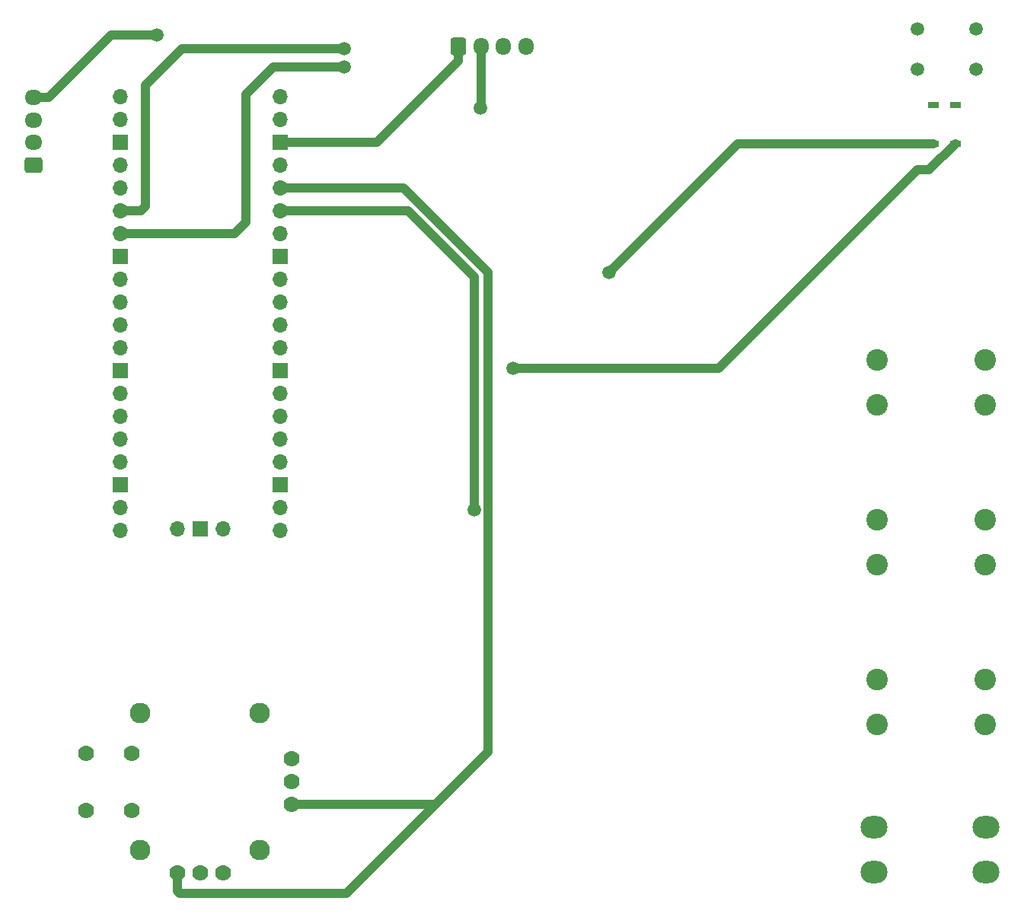
<source format=gbr>
%TF.GenerationSoftware,KiCad,Pcbnew,9.0.0*%
%TF.CreationDate,2025-04-09T20:53:35+02:00*%
%TF.ProjectId,schema,73636865-6d61-42e6-9b69-6361645f7063,rev?*%
%TF.SameCoordinates,Original*%
%TF.FileFunction,Copper,L2,Bot*%
%TF.FilePolarity,Positive*%
%FSLAX46Y46*%
G04 Gerber Fmt 4.6, Leading zero omitted, Abs format (unit mm)*
G04 Created by KiCad (PCBNEW 9.0.0) date 2025-04-09 20:53:35*
%MOMM*%
%LPD*%
G01*
G04 APERTURE LIST*
G04 Aperture macros list*
%AMRoundRect*
0 Rectangle with rounded corners*
0 $1 Rounding radius*
0 $2 $3 $4 $5 $6 $7 $8 $9 X,Y pos of 4 corners*
0 Add a 4 corners polygon primitive as box body*
4,1,4,$2,$3,$4,$5,$6,$7,$8,$9,$2,$3,0*
0 Add four circle primitives for the rounded corners*
1,1,$1+$1,$2,$3*
1,1,$1+$1,$4,$5*
1,1,$1+$1,$6,$7*
1,1,$1+$1,$8,$9*
0 Add four rect primitives between the rounded corners*
20,1,$1+$1,$2,$3,$4,$5,0*
20,1,$1+$1,$4,$5,$6,$7,0*
20,1,$1+$1,$6,$7,$8,$9,0*
20,1,$1+$1,$8,$9,$2,$3,0*%
G04 Aperture macros list end*
%TA.AperFunction,ComponentPad*%
%ADD10C,1.508000*%
%TD*%
%TA.AperFunction,ComponentPad*%
%ADD11O,1.700000X1.700000*%
%TD*%
%TA.AperFunction,ComponentPad*%
%ADD12R,1.700000X1.700000*%
%TD*%
%TA.AperFunction,ComponentPad*%
%ADD13O,3.000000X2.500000*%
%TD*%
%TA.AperFunction,ComponentPad*%
%ADD14C,2.400000*%
%TD*%
%TA.AperFunction,ComponentPad*%
%ADD15RoundRect,0.250000X0.725000X-0.600000X0.725000X0.600000X-0.725000X0.600000X-0.725000X-0.600000X0*%
%TD*%
%TA.AperFunction,ComponentPad*%
%ADD16O,1.950000X1.700000*%
%TD*%
%TA.AperFunction,ComponentPad*%
%ADD17RoundRect,0.250000X-0.600000X-0.725000X0.600000X-0.725000X0.600000X0.725000X-0.600000X0.725000X0*%
%TD*%
%TA.AperFunction,ComponentPad*%
%ADD18O,1.700000X1.950000*%
%TD*%
%TA.AperFunction,ComponentPad*%
%ADD19C,1.778000*%
%TD*%
%TA.AperFunction,ComponentPad*%
%ADD20C,2.286000*%
%TD*%
%TA.AperFunction,SMDPad,CuDef*%
%ADD21R,1.200000X0.800000*%
%TD*%
%TA.AperFunction,ViaPad*%
%ADD22C,1.500000*%
%TD*%
%TA.AperFunction,Conductor*%
%ADD23C,1.000000*%
%TD*%
G04 APERTURE END LIST*
D10*
%TO.P,REF\u002A\u002A,1*%
%TO.N,N/C*%
X224588000Y-54646000D03*
%TO.P,REF\u002A\u002A,2*%
X224588000Y-59146000D03*
%TO.P,REF\u002A\u002A,3*%
X231088000Y-54646000D03*
%TO.P,REF\u002A\u002A,4*%
X231088000Y-59146000D03*
%TD*%
D11*
%TO.P,REF\u002A\u002A,1*%
%TO.N,N/C*%
X135890000Y-62230000D03*
%TO.P,REF\u002A\u002A,2*%
X135890000Y-64770000D03*
D12*
%TO.P,REF\u002A\u002A,3*%
X135890000Y-67310000D03*
D11*
%TO.P,REF\u002A\u002A,4*%
X135890000Y-69850000D03*
%TO.P,REF\u002A\u002A,5*%
X135890000Y-72390000D03*
%TO.P,REF\u002A\u002A,6*%
X135890000Y-74930000D03*
%TO.P,REF\u002A\u002A,7*%
X135890000Y-77470000D03*
D12*
%TO.P,REF\u002A\u002A,8*%
X135890000Y-80010000D03*
D11*
%TO.P,REF\u002A\u002A,9*%
X135890000Y-82550000D03*
%TO.P,REF\u002A\u002A,10*%
X135890000Y-85090000D03*
%TO.P,REF\u002A\u002A,11*%
X135890000Y-87630000D03*
%TO.P,REF\u002A\u002A,12*%
X135890000Y-90170000D03*
D12*
%TO.P,REF\u002A\u002A,13*%
X135890000Y-92710000D03*
D11*
%TO.P,REF\u002A\u002A,14*%
X135890000Y-95250000D03*
%TO.P,REF\u002A\u002A,15*%
X135890000Y-97790000D03*
%TO.P,REF\u002A\u002A,16*%
X135890000Y-100330000D03*
%TO.P,REF\u002A\u002A,17*%
X135890000Y-102870000D03*
D12*
%TO.P,REF\u002A\u002A,18*%
X135890000Y-105410000D03*
D11*
%TO.P,REF\u002A\u002A,19*%
X135890000Y-107950000D03*
%TO.P,REF\u002A\u002A,20*%
X135890000Y-110490000D03*
%TO.P,REF\u002A\u002A,21*%
X153670000Y-110490000D03*
%TO.P,REF\u002A\u002A,22*%
X153670000Y-107950000D03*
D12*
%TO.P,REF\u002A\u002A,23*%
X153670000Y-105410000D03*
D11*
%TO.P,REF\u002A\u002A,24*%
X153670000Y-102870000D03*
%TO.P,REF\u002A\u002A,25*%
X153670000Y-100330000D03*
%TO.P,REF\u002A\u002A,26*%
X153670000Y-97790000D03*
%TO.P,REF\u002A\u002A,27*%
X153670000Y-95250000D03*
D12*
%TO.P,REF\u002A\u002A,28*%
X153670000Y-92710000D03*
D11*
%TO.P,REF\u002A\u002A,29*%
X153670000Y-90170000D03*
%TO.P,REF\u002A\u002A,30*%
X153670000Y-87630000D03*
%TO.P,REF\u002A\u002A,31*%
X153670000Y-85090000D03*
%TO.P,REF\u002A\u002A,32*%
X153670000Y-82550000D03*
D12*
%TO.P,REF\u002A\u002A,33*%
X153670000Y-80010000D03*
D11*
%TO.P,REF\u002A\u002A,34*%
X153670000Y-77470000D03*
%TO.P,REF\u002A\u002A,35*%
X153670000Y-74930000D03*
%TO.P,REF\u002A\u002A,36*%
X153670000Y-72390000D03*
%TO.P,REF\u002A\u002A,37*%
X153670000Y-69850000D03*
D12*
%TO.P,REF\u002A\u002A,38*%
X153670000Y-67310000D03*
D11*
%TO.P,REF\u002A\u002A,39*%
X153670000Y-64770000D03*
%TO.P,REF\u002A\u002A,40*%
X153670000Y-62230000D03*
%TO.P,REF\u002A\u002A,41*%
X142240000Y-110260000D03*
D12*
%TO.P,REF\u002A\u002A,42*%
X144780000Y-110260000D03*
D11*
%TO.P,REF\u002A\u002A,43*%
X147320000Y-110260000D03*
%TD*%
D13*
%TO.P,REF\u002A\u002A,1*%
%TO.N,N/C*%
X219710000Y-143500000D03*
X232210000Y-143500000D03*
%TO.P,REF\u002A\u002A,2*%
X219710000Y-148500000D03*
X232210000Y-148500000D03*
%TD*%
D14*
%TO.P,REF\u002A\u002A,1*%
%TO.N,N/C*%
X232060000Y-96480000D03*
%TO.P,REF\u002A\u002A,2*%
X220060000Y-96480000D03*
%TO.P,REF\u002A\u002A,3*%
X232060000Y-91480000D03*
%TO.P,REF\u002A\u002A,4*%
X220060000Y-91480000D03*
%TD*%
D15*
%TO.P,REF\u002A\u002A,1*%
%TO.N,N/C*%
X126230500Y-69790000D03*
D16*
%TO.P,REF\u002A\u002A,2*%
X126230500Y-67290000D03*
%TO.P,REF\u002A\u002A,3*%
X126230500Y-64790000D03*
%TO.P,REF\u002A\u002A,4*%
X126230500Y-62290000D03*
%TD*%
D17*
%TO.P,REF\u002A\u002A,1*%
%TO.N,N/C*%
X173542000Y-56634500D03*
D18*
%TO.P,REF\u002A\u002A,2*%
X176042000Y-56634500D03*
%TO.P,REF\u002A\u002A,3*%
X178542000Y-56634500D03*
%TO.P,REF\u002A\u002A,4*%
X181042000Y-56634500D03*
%TD*%
D14*
%TO.P,REF\u002A\u002A,1*%
%TO.N,N/C*%
X232060000Y-114260000D03*
%TO.P,REF\u002A\u002A,2*%
X220060000Y-114260000D03*
%TO.P,REF\u002A\u002A,3*%
X232060000Y-109260000D03*
%TO.P,REF\u002A\u002A,4*%
X220060000Y-109260000D03*
%TD*%
%TO.P,REF\u002A\u002A,1*%
%TO.N,N/C*%
X232060000Y-132040000D03*
%TO.P,REF\u002A\u002A,2*%
X220060000Y-132040000D03*
%TO.P,REF\u002A\u002A,3*%
X232060000Y-127040000D03*
%TO.P,REF\u002A\u002A,4*%
X220060000Y-127040000D03*
%TD*%
D19*
%TO.P,REF\u002A\u002A,B1A*%
%TO.N,N/C*%
X132080000Y-141605000D03*
%TO.P,REF\u002A\u002A,B1B*%
X132080000Y-135255000D03*
%TO.P,REF\u002A\u002A,B2A*%
X137160000Y-141605000D03*
%TO.P,REF\u002A\u002A,B2B*%
X137160000Y-135255000D03*
%TO.P,REF\u002A\u002A,H1*%
X154940000Y-140970000D03*
%TO.P,REF\u002A\u002A,H2*%
X154940000Y-138430000D03*
%TO.P,REF\u002A\u002A,H3*%
X154940000Y-135890000D03*
D20*
%TO.P,REF\u002A\u002A,S1*%
X138112500Y-146050000D03*
%TO.P,REF\u002A\u002A,S2*%
X151447500Y-146050000D03*
%TO.P,REF\u002A\u002A,S3*%
X151447500Y-130810000D03*
%TO.P,REF\u002A\u002A,S4*%
X138112500Y-130810000D03*
D19*
%TO.P,REF\u002A\u002A,V1*%
X142240000Y-148590000D03*
%TO.P,REF\u002A\u002A,V2*%
X144780000Y-148590000D03*
%TO.P,REF\u002A\u002A,V3*%
X147320000Y-148590000D03*
%TD*%
D21*
%TO.P,REF\u002A\u002A,1*%
%TO.N,N/C*%
X228784000Y-63128000D03*
%TO.P,REF\u002A\u002A,2*%
X226384000Y-63128000D03*
%TO.P,REF\u002A\u002A,3*%
X228784000Y-67428000D03*
%TO.P,REF\u002A\u002A,4*%
X226384000Y-67428000D03*
%TD*%
D22*
%TO.N,*%
X176000000Y-63500000D03*
X139954000Y-55372000D03*
X179578000Y-92456000D03*
X160782000Y-56896000D03*
X175260000Y-108204000D03*
X190246000Y-81788000D03*
X160782000Y-58928000D03*
%TD*%
D23*
%TO.N,*%
X173542000Y-58233000D02*
X173542000Y-56634500D01*
X164465000Y-67310000D02*
X173542000Y-58233000D01*
X153670000Y-67310000D02*
X164465000Y-67310000D01*
X176042000Y-63458000D02*
X176000000Y-63500000D01*
X176042000Y-56634500D02*
X176042000Y-63458000D01*
X127956000Y-62290000D02*
X126230500Y-62290000D01*
X134874000Y-55372000D02*
X127956000Y-62290000D01*
X139954000Y-55372000D02*
X134874000Y-55372000D01*
X138176000Y-74930000D02*
X138684000Y-74422000D01*
X138684000Y-74422000D02*
X138684000Y-60960000D01*
X176784000Y-135128000D02*
X176784000Y-81788000D01*
X175260000Y-82296000D02*
X175260000Y-108204000D01*
X135890000Y-74930000D02*
X138176000Y-74930000D01*
X142748000Y-56896000D02*
X160782000Y-56896000D01*
X226384000Y-67428000D02*
X204606000Y-67428000D01*
X225854000Y-70358000D02*
X224536000Y-70358000D01*
X142494000Y-150876000D02*
X161036000Y-150876000D01*
X154940000Y-140970000D02*
X170942000Y-140970000D01*
X142240000Y-148590000D02*
X142240000Y-150622000D01*
X170942000Y-140970000D02*
X172720000Y-139192000D01*
X172720000Y-139192000D02*
X176784000Y-135128000D01*
X176784000Y-81788000D02*
X167386000Y-72390000D01*
X138684000Y-60960000D02*
X142748000Y-56896000D01*
X142240000Y-150622000D02*
X142494000Y-150876000D01*
X228784000Y-67428000D02*
X225854000Y-70358000D01*
X167386000Y-72390000D02*
X153670000Y-72390000D01*
X161036000Y-150876000D02*
X172720000Y-139192000D01*
X224536000Y-70358000D02*
X202438000Y-92456000D01*
X204606000Y-67428000D02*
X190246000Y-81788000D01*
X167894000Y-74930000D02*
X175260000Y-82296000D01*
X202438000Y-92456000D02*
X179578000Y-92456000D01*
X153670000Y-74930000D02*
X167894000Y-74930000D01*
X160782000Y-58928000D02*
X152908000Y-58928000D01*
X152908000Y-58928000D02*
X149860000Y-61976000D01*
X149860000Y-61976000D02*
X149860000Y-76200000D01*
X149860000Y-76200000D02*
X148590000Y-77470000D01*
X148590000Y-77470000D02*
X135890000Y-77470000D01*
%TD*%
M02*

</source>
